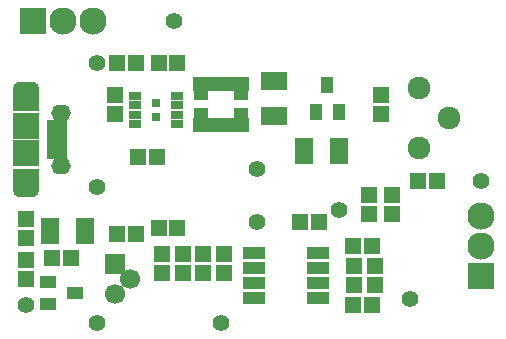
<source format=gbr>
G04 #@! TF.GenerationSoftware,KiCad,Pcbnew,(5.0.0-rc3-dev)*
G04 #@! TF.CreationDate,2019-03-09T22:11:36+00:00*
G04 #@! TF.ProjectId,zener-rng,7A656E65722D726E672E6B696361645F,1.0*
G04 #@! TF.SameCoordinates,Original*
G04 #@! TF.FileFunction,Soldermask,Top*
G04 #@! TF.FilePolarity,Negative*
%FSLAX46Y46*%
G04 Gerber Fmt 4.6, Leading zero omitted, Abs format (unit mm)*
G04 Created by KiCad (PCBNEW (5.0.0-rc3-dev)) date 03/09/19 22:11:36*
%MOMM*%
%LPD*%
G01*
G04 APERTURE LIST*
%ADD10C,1.400000*%
%ADD11R,1.550000X2.200000*%
%ADD12R,1.350000X1.400000*%
%ADD13R,1.400000X1.350000*%
%ADD14R,1.400000X1.000000*%
%ADD15R,1.000000X1.400000*%
%ADD16R,1.750000X0.800000*%
%ADD17O,1.650000X1.400000*%
%ADD18R,2.300000X2.200000*%
%ADD19R,2.300000X1.975000*%
%ADD20O,2.300000X1.400000*%
%ADD21C,2.300000*%
%ADD22R,2.300000X2.300000*%
%ADD23R,4.700000X1.250000*%
%ADD24R,1.250000X1.150000*%
%ADD25C,1.700000*%
%ADD26R,1.700000X1.700000*%
%ADD27R,1.000000X0.780000*%
%ADD28R,0.800000X0.800000*%
%ADD29R,1.950000X1.000000*%
%ADD30R,2.200000X1.550000*%
%ADD31C,1.924000*%
G04 APERTURE END LIST*
D10*
G04 #@! TO.C,TP4*
X98000000Y-143500000D03*
G04 #@! TD*
D11*
G04 #@! TO.C,C1*
X83500000Y-135700000D03*
X86500000Y-135700000D03*
G04 #@! TD*
D12*
G04 #@! TO.C,C4*
X92700000Y-121500000D03*
X94300000Y-121500000D03*
G04 #@! TD*
D13*
G04 #@! TO.C,C5*
X94750000Y-137700000D03*
X94750000Y-139300000D03*
G04 #@! TD*
D12*
G04 #@! TO.C,C8*
X91000000Y-129500000D03*
X92600000Y-129500000D03*
G04 #@! TD*
G04 #@! TO.C,C9*
X106300000Y-135000000D03*
X104700000Y-135000000D03*
G04 #@! TD*
G04 #@! TO.C,C10*
X110800000Y-137000000D03*
X109200000Y-137000000D03*
G04 #@! TD*
D14*
G04 #@! TO.C,D1*
X85650000Y-141000000D03*
X83350000Y-141950000D03*
X83350000Y-140050000D03*
G04 #@! TD*
D15*
G04 #@! TO.C,IC1*
X106050000Y-125650000D03*
X107950000Y-125650000D03*
X107000000Y-123350000D03*
G04 #@! TD*
D16*
G04 #@! TO.C,J1*
X84125000Y-128000000D03*
X84125000Y-128650000D03*
X84125000Y-127350000D03*
X84125000Y-126700000D03*
X84125000Y-129300000D03*
D17*
X84450000Y-130225000D03*
X84450000Y-125775000D03*
D18*
X81450000Y-129150000D03*
X81450000Y-126850000D03*
D19*
X81450000Y-131387500D03*
D20*
X81450000Y-132175000D03*
D19*
X81450000Y-124612500D03*
D20*
X81450000Y-123825000D03*
G04 #@! TD*
D21*
G04 #@! TO.C,J2*
X87140000Y-118000000D03*
X84600000Y-118000000D03*
D22*
X82060000Y-118000000D03*
G04 #@! TD*
D21*
G04 #@! TO.C,J3*
X120000000Y-134460000D03*
X120000000Y-137000000D03*
D22*
X120000000Y-139540000D03*
G04 #@! TD*
D23*
G04 #@! TO.C,L1*
X98000000Y-123275000D03*
X98000000Y-126725000D03*
D24*
X99725000Y-124075000D03*
X96275000Y-124075000D03*
X99725000Y-125925000D03*
X96275000Y-125925000D03*
G04 #@! TD*
D25*
G04 #@! TO.C,Q1*
X90270000Y-139770000D03*
X89000000Y-141040000D03*
D26*
X89000000Y-138500000D03*
G04 #@! TD*
D13*
G04 #@! TO.C,R1*
X81500000Y-136300000D03*
X81500000Y-134700000D03*
G04 #@! TD*
G04 #@! TO.C,R2*
X81500000Y-138200000D03*
X81500000Y-139800000D03*
G04 #@! TD*
D12*
G04 #@! TO.C,R3*
X83700000Y-138000000D03*
X85300000Y-138000000D03*
G04 #@! TD*
G04 #@! TO.C,R4*
X92700000Y-135500000D03*
X94300000Y-135500000D03*
G04 #@! TD*
D13*
G04 #@! TO.C,R5*
X93000000Y-139300000D03*
X93000000Y-137700000D03*
G04 #@! TD*
G04 #@! TO.C,R6*
X98250000Y-139300000D03*
X98250000Y-137700000D03*
G04 #@! TD*
G04 #@! TO.C,R7*
X96500000Y-137700000D03*
X96500000Y-139300000D03*
G04 #@! TD*
G04 #@! TO.C,R8*
X89000000Y-125800000D03*
X89000000Y-124200000D03*
G04 #@! TD*
D12*
G04 #@! TO.C,R9*
X90800000Y-121500000D03*
X89200000Y-121500000D03*
G04 #@! TD*
G04 #@! TO.C,R10*
X109200000Y-142000000D03*
X110800000Y-142000000D03*
G04 #@! TD*
D13*
G04 #@! TO.C,R11*
X109250000Y-140300000D03*
X109250000Y-138700000D03*
G04 #@! TD*
G04 #@! TO.C,R13*
X112500000Y-132700000D03*
X112500000Y-134300000D03*
G04 #@! TD*
G04 #@! TO.C,R14*
X111500000Y-124200000D03*
X111500000Y-125800000D03*
G04 #@! TD*
D12*
G04 #@! TO.C,R16*
X116300000Y-131500000D03*
X114700000Y-131500000D03*
G04 #@! TD*
D10*
G04 #@! TO.C,TP1*
X81500000Y-142000000D03*
G04 #@! TD*
G04 #@! TO.C,TP2*
X87500000Y-143500000D03*
G04 #@! TD*
G04 #@! TO.C,TP3*
X94000000Y-118000000D03*
G04 #@! TD*
G04 #@! TO.C,TP5*
X87500000Y-132000000D03*
G04 #@! TD*
G04 #@! TO.C,TP6*
X87500000Y-121500000D03*
G04 #@! TD*
G04 #@! TO.C,TP7*
X101000000Y-130500000D03*
G04 #@! TD*
G04 #@! TO.C,TP8*
X101000000Y-135000000D03*
G04 #@! TD*
G04 #@! TO.C,TP9*
X108000000Y-134000000D03*
G04 #@! TD*
G04 #@! TO.C,TP10*
X114000000Y-141500000D03*
G04 #@! TD*
G04 #@! TO.C,TP11*
X120000000Y-131500000D03*
G04 #@! TD*
D27*
G04 #@! TO.C,U1*
X94250000Y-126700000D03*
X94250000Y-125900000D03*
X94250000Y-125100000D03*
X94250000Y-124300000D03*
X90750000Y-124300000D03*
X90750000Y-125100000D03*
X90750000Y-125900000D03*
X90750000Y-126700000D03*
D28*
X92500000Y-126100000D03*
X92500000Y-124900000D03*
G04 #@! TD*
D29*
G04 #@! TO.C,U2*
X100800000Y-137595000D03*
X100800000Y-138865000D03*
X100800000Y-140135000D03*
X100800000Y-141405000D03*
X106200000Y-141405000D03*
X106200000Y-140135000D03*
X106200000Y-138865000D03*
X106200000Y-137595000D03*
G04 #@! TD*
D12*
G04 #@! TO.C,C2*
X90800000Y-136000000D03*
X89200000Y-136000000D03*
G04 #@! TD*
D30*
G04 #@! TO.C,C3*
X102500000Y-123000000D03*
X102500000Y-126000000D03*
G04 #@! TD*
D13*
G04 #@! TO.C,C6*
X111000000Y-140300000D03*
X111000000Y-138700000D03*
G04 #@! TD*
D11*
G04 #@! TO.C,C7*
X105000000Y-129000000D03*
X108000000Y-129000000D03*
G04 #@! TD*
D13*
G04 #@! TO.C,R12*
X110500000Y-132700000D03*
X110500000Y-134300000D03*
G04 #@! TD*
D31*
G04 #@! TO.C,R15*
X114730000Y-123660000D03*
X117270000Y-126200000D03*
X114730000Y-128740000D03*
G04 #@! TD*
M02*

</source>
